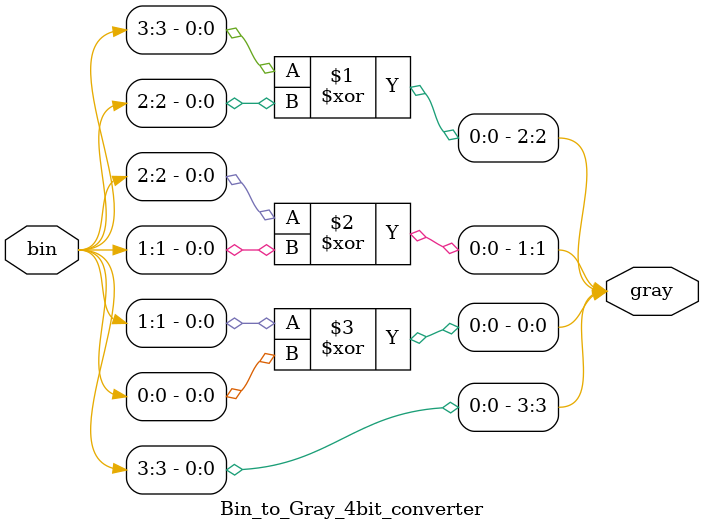
<source format=v>
module Bin_to_Gray_4bit_converter(input [3:0] bin, output [3:0] gray);

 assign gray[3] = bin[3];
 assign gray[2] = bin[3] ^ bin[2];
 assign gray[1] = bin[2] ^ bin[1];
 assign gray[0] = bin[1] ^ bin[0];

endmodule

</source>
